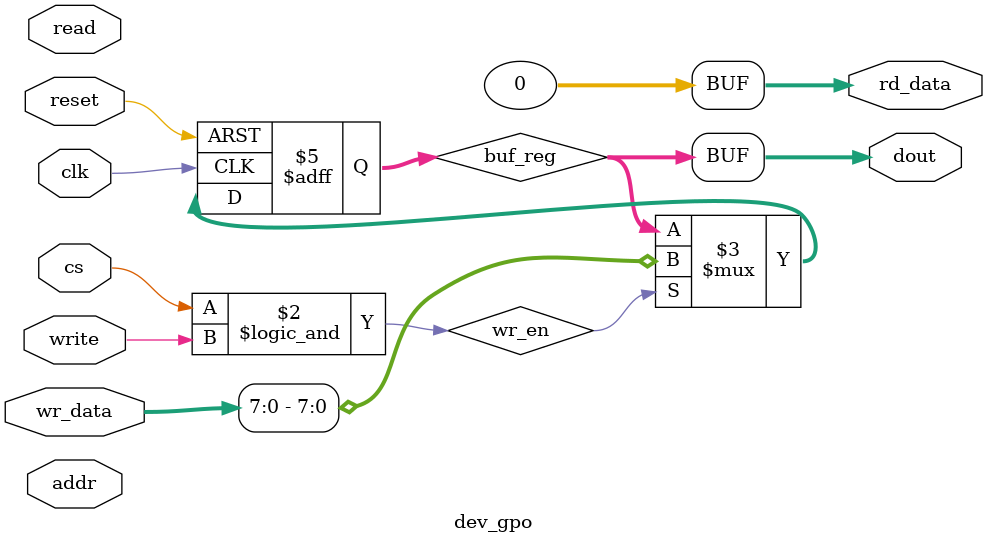
<source format=sv>
/**
 * @file dev_gpo.sv
 * @brief GPO HDL module
 *
 * Origin from FPGA Prototyping by SystemVerilog Examples - Pong P. Chu
 *
 * rd_data는 합성시 0으로 연결됨
 */
module dev_gpo
  #(parameter W = 8) // width of output port
   (
    input logic clk,
    input logic reset,
    // slot interface
    input logic cs,
    input logic read,
    input logic write,
    input logic [4:0] addr,
    input logic [31:0] wr_data,
    output logic [31:0] rd_data,
    // external signal
    output logic [W-1:0] dout
    );

   // signal
   logic [W-1:0]         buf_reg;
   logic                 wr_en;

   // body
   // output buffer
   always_ff @(posedge clk, posedge reset)
     if (reset)
       buf_reg <= 0;
     else
       if (wr_en)
         buf_reg <= wr_data[W-1:0];

   // decoding logic
   assign wr_en = cs && write;
   // slot read interface
   assign rd_data = 0;
   // external output
   assign dout = buf_reg;
endmodule // dev_gpo


</source>
